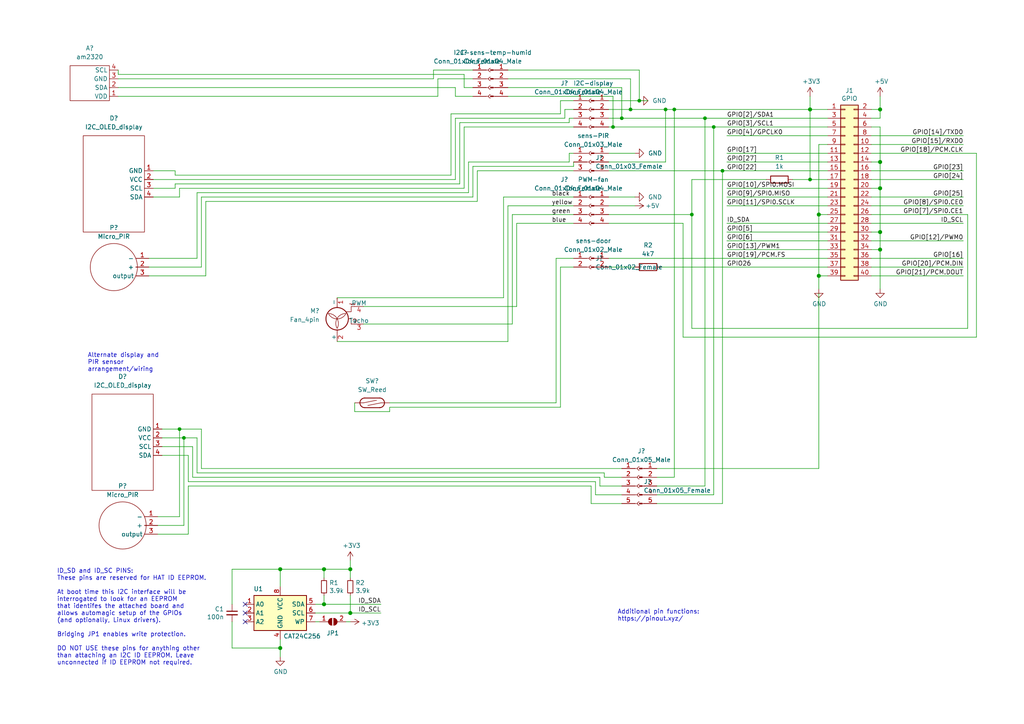
<source format=kicad_sch>
(kicad_sch (version 20211123) (generator eeschema)
  (paper "A4")
  (title_block (date "15 nov 2012"))
  (lib_symbols
    (symbol "+5V_1" (power) (pin_names (offset 0))
      (property "Value" "+5V_1" (at 0 3.556 0))
      (symbol "+5V_1_0_1"
        (polyline (pts (xy -0.762 1.27) (xy 0 2.54)))
        (polyline (pts (xy 0 0) (xy 0 2.54)))
        (polyline (pts (xy 0 2.54) (xy 0.762 1.27)))
      )
      (symbol "+5V_1_1_1"
        (pin power_in line (at 0 0 90) (length 0) hide (name "+5V") (number "1"))
      )
    )
    (symbol "Connector:Conn_01x02_Female" (pin_names (offset 1.016) hide)
      (property "Reference" "J" (at 0 2.54 0))
      (property "Value" "Conn_01x02_Female" (at 0 -5.08 0))
      (symbol "Conn_01x02_Female_1_1"
        (arc (start 0 -2.032) (mid -0.508 -2.54) (end 0 -3.048) (stroke (width 0.1524)))
        (polyline (pts (xy -1.27 -2.54) (xy -0.508 -2.54)) (stroke (width 0.1524)))
        (polyline (pts (xy -1.27 0) (xy -0.508 0)) (stroke (width 0.1524)))
        (arc (start 0 0.508) (mid -0.508 0) (end 0 -0.508) (stroke (width 0.1524)))
        (pin passive line (at -5.08 0 0) (length 3.81) (name "Pin_1") (number "1"))
        (pin passive line (at -5.08 -2.54 0) (length 3.81) (name "Pin_2") (number "2"))
      )
    )
    (symbol "Connector:Conn_01x02_Male" (pin_names (offset 1.016) hide)
      (property "Reference" "J" (at 0 2.54 0))
      (property "Value" "Conn_01x02_Male" (at 0 -5.08 0))
      (symbol "Conn_01x02_Male_1_1"
        (polyline (pts (xy 1.27 -2.54) (xy 0.8636 -2.54)) (stroke (width 0.1524)))
        (polyline (pts (xy 1.27 0) (xy 0.8636 0)) (stroke (width 0.1524)))
        (rectangle (start 0.8636 -2.413) (end 0 -2.667) (stroke (width 0.1524)) (fill (type outline)))
        (rectangle (start 0.8636 0.127) (end 0 -0.127) (stroke (width 0.1524)) (fill (type outline)))
        (pin passive line (at 5.08 0 180) (length 3.81) (name "Pin_1") (number "1"))
        (pin passive line (at 5.08 -2.54 180) (length 3.81) (name "Pin_2") (number "2"))
      )
    )
    (symbol "Connector:Conn_01x03_Female" (pin_names (offset 1.016) hide)
      (property "Reference" "J" (at 0 5.08 0))
      (property "Value" "Conn_01x03_Female" (at 0 -5.08 0))
      (symbol "Conn_01x03_Female_1_1"
        (arc (start 0 -2.032) (mid -0.508 -2.54) (end 0 -3.048) (stroke (width 0.1524)))
        (polyline (pts (xy -1.27 -2.54) (xy -0.508 -2.54)) (stroke (width 0.1524)))
        (polyline (pts (xy -1.27 0) (xy -0.508 0)) (stroke (width 0.1524)))
        (polyline (pts (xy -1.27 2.54) (xy -0.508 2.54)) (stroke (width 0.1524)))
        (arc (start 0 0.508) (mid -0.508 0) (end 0 -0.508) (stroke (width 0.1524)))
        (arc (start 0 3.048) (mid -0.508 2.54) (end 0 2.032) (stroke (width 0.1524)))
        (pin passive line (at -5.08 2.54 0) (length 3.81) (name "Pin_1") (number "1"))
        (pin passive line (at -5.08 0 0) (length 3.81) (name "Pin_2") (number "2"))
        (pin passive line (at -5.08 -2.54 0) (length 3.81) (name "Pin_3") (number "3"))
      )
    )
    (symbol "Connector:Conn_01x03_Male" (pin_names (offset 1.016) hide)
      (property "Reference" "J" (at 0 5.08 0))
      (property "Value" "Conn_01x03_Male" (at 0 -5.08 0))
      (symbol "Conn_01x03_Male_1_1"
        (polyline (pts (xy 1.27 -2.54) (xy 0.8636 -2.54)) (stroke (width 0.1524)))
        (polyline (pts (xy 1.27 0) (xy 0.8636 0)) (stroke (width 0.1524)))
        (polyline (pts (xy 1.27 2.54) (xy 0.8636 2.54)) (stroke (width 0.1524)))
        (rectangle (start 0.8636 -2.413) (end 0 -2.667) (stroke (width 0.1524)) (fill (type outline)))
        (rectangle (start 0.8636 0.127) (end 0 -0.127) (stroke (width 0.1524)) (fill (type outline)))
        (rectangle (start 0.8636 2.667) (end 0 2.413) (stroke (width 0.1524)) (fill (type outline)))
        (pin passive line (at 5.08 2.54 180) (length 3.81) (name "Pin_1") (number "1"))
        (pin passive line (at 5.08 0 180) (length 3.81) (name "Pin_2") (number "2"))
        (pin passive line (at 5.08 -2.54 180) (length 3.81) (name "Pin_3") (number "3"))
      )
    )
    (symbol "Connector:Conn_01x04_Female" (pin_names (offset 1.016) hide)
      (property "Reference" "J" (at 0 5.08 0))
      (property "Value" "Conn_01x04_Female" (at 0 -7.62 0))
      (symbol "Conn_01x04_Female_1_1"
        (arc (start 0 -4.572) (mid -0.508 -5.08) (end 0 -5.588) (stroke (width 0.1524)))
        (arc (start 0 -2.032) (mid -0.508 -2.54) (end 0 -3.048) (stroke (width 0.1524)))
        (polyline (pts (xy -1.27 -5.08) (xy -0.508 -5.08)) (stroke (width 0.1524)))
        (polyline (pts (xy -1.27 -2.54) (xy -0.508 -2.54)) (stroke (width 0.1524)))
        (polyline (pts (xy -1.27 0) (xy -0.508 0)) (stroke (width 0.1524)))
        (polyline (pts (xy -1.27 2.54) (xy -0.508 2.54)) (stroke (width 0.1524)))
        (arc (start 0 0.508) (mid -0.508 0) (end 0 -0.508) (stroke (width 0.1524)))
        (arc (start 0 3.048) (mid -0.508 2.54) (end 0 2.032) (stroke (width 0.1524)))
        (pin passive line (at -5.08 2.54 0) (length 3.81) (name "Pin_1") (number "1"))
        (pin passive line (at -5.08 0 0) (length 3.81) (name "Pin_2") (number "2"))
        (pin passive line (at -5.08 -2.54 0) (length 3.81) (name "Pin_3") (number "3"))
        (pin passive line (at -5.08 -5.08 0) (length 3.81) (name "Pin_4") (number "4"))
      )
    )
    (symbol "Connector:Conn_01x04_Male" (pin_names (offset 1.016) hide)
      (property "Reference" "J" (at 0 5.08 0))
      (property "Value" "Conn_01x04_Male" (at 0 -7.62 0))
      (symbol "Conn_01x04_Male_1_1"
        (polyline (pts (xy 1.27 -5.08) (xy 0.8636 -5.08)) (stroke (width 0.1524)))
        (polyline (pts (xy 1.27 -2.54) (xy 0.8636 -2.54)) (stroke (width 0.1524)))
        (polyline (pts (xy 1.27 0) (xy 0.8636 0)) (stroke (width 0.1524)))
        (polyline (pts (xy 1.27 2.54) (xy 0.8636 2.54)) (stroke (width 0.1524)))
        (rectangle (start 0.8636 -4.953) (end 0 -5.207) (stroke (width 0.1524)) (fill (type outline)))
        (rectangle (start 0.8636 -2.413) (end 0 -2.667) (stroke (width 0.1524)) (fill (type outline)))
        (rectangle (start 0.8636 0.127) (end 0 -0.127) (stroke (width 0.1524)) (fill (type outline)))
        (rectangle (start 0.8636 2.667) (end 0 2.413) (stroke (width 0.1524)) (fill (type outline)))
        (pin passive line (at 5.08 2.54 180) (length 3.81) (name "Pin_1") (number "1"))
        (pin passive line (at 5.08 0 180) (length 3.81) (name "Pin_2") (number "2"))
        (pin passive line (at 5.08 -2.54 180) (length 3.81) (name "Pin_3") (number "3"))
        (pin passive line (at 5.08 -5.08 180) (length 3.81) (name "Pin_4") (number "4"))
      )
    )
    (symbol "Connector:Conn_01x05_Female" (pin_names (offset 1.016) hide)
      (property "Reference" "J" (at 0 7.62 0))
      (property "Value" "Conn_01x05_Female" (at 0 -7.62 0))
      (symbol "Conn_01x05_Female_1_1"
        (arc (start 0 -4.572) (mid -0.508 -5.08) (end 0 -5.588) (stroke (width 0.1524)))
        (arc (start 0 -2.032) (mid -0.508 -2.54) (end 0 -3.048) (stroke (width 0.1524)))
        (polyline (pts (xy -1.27 -5.08) (xy -0.508 -5.08)) (stroke (width 0.1524)))
        (polyline (pts (xy -1.27 -2.54) (xy -0.508 -2.54)) (stroke (width 0.1524)))
        (polyline (pts (xy -1.27 0) (xy -0.508 0)) (stroke (width 0.1524)))
        (polyline (pts (xy -1.27 2.54) (xy -0.508 2.54)) (stroke (width 0.1524)))
        (polyline (pts (xy -1.27 5.08) (xy -0.508 5.08)) (stroke (width 0.1524)))
        (arc (start 0 0.508) (mid -0.508 0) (end 0 -0.508) (stroke (width 0.1524)))
        (arc (start 0 3.048) (mid -0.508 2.54) (end 0 2.032) (stroke (width 0.1524)))
        (arc (start 0 5.588) (mid -0.508 5.08) (end 0 4.572) (stroke (width 0.1524)))
        (pin passive line (at -5.08 5.08 0) (length 3.81) (name "Pin_1") (number "1"))
        (pin passive line (at -5.08 2.54 0) (length 3.81) (name "Pin_2") (number "2"))
        (pin passive line (at -5.08 0 0) (length 3.81) (name "Pin_3") (number "3"))
        (pin passive line (at -5.08 -2.54 0) (length 3.81) (name "Pin_4") (number "4"))
        (pin passive line (at -5.08 -5.08 0) (length 3.81) (name "Pin_5") (number "5"))
      )
    )
    (symbol "Connector:Conn_01x05_Male" (pin_names (offset 1.016) hide)
      (property "Reference" "J" (at 0 7.62 0))
      (property "Value" "Conn_01x05_Male" (at 0 -7.62 0))
      (symbol "Conn_01x05_Male_1_1"
        (polyline (pts (xy 1.27 -5.08) (xy 0.8636 -5.08)) (stroke (width 0.1524)))
        (polyline (pts (xy 1.27 -2.54) (xy 0.8636 -2.54)) (stroke (width 0.1524)))
        (polyline (pts (xy 1.27 0) (xy 0.8636 0)) (stroke (width 0.1524)))
        (polyline (pts (xy 1.27 2.54) (xy 0.8636 2.54)) (stroke (width 0.1524)))
        (polyline (pts (xy 1.27 5.08) (xy 0.8636 5.08)) (stroke (width 0.1524)))
        (rectangle (start 0.8636 -4.953) (end 0 -5.207) (stroke (width 0.1524)) (fill (type outline)))
        (rectangle (start 0.8636 -2.413) (end 0 -2.667) (stroke (width 0.1524)) (fill (type outline)))
        (rectangle (start 0.8636 0.127) (end 0 -0.127) (stroke (width 0.1524)) (fill (type outline)))
        (rectangle (start 0.8636 2.667) (end 0 2.413) (stroke (width 0.1524)) (fill (type outline)))
        (rectangle (start 0.8636 5.207) (end 0 4.953) (stroke (width 0.1524)) (fill (type outline)))
        (pin passive line (at 5.08 5.08 180) (length 3.81) (name "Pin_1") (number "1"))
        (pin passive line (at 5.08 2.54 180) (length 3.81) (name "Pin_2") (number "2"))
        (pin passive line (at 5.08 0 180) (length 3.81) (name "Pin_3") (number "3"))
        (pin passive line (at 5.08 -2.54 180) (length 3.81) (name "Pin_4") (number "4"))
        (pin passive line (at 5.08 -5.08 180) (length 3.81) (name "Pin_5") (number "5"))
      )
    )
    (symbol "Connector_Generic:Conn_02x20_Odd_Even" (pin_names (offset 1.016) hide)
      (property "Reference" "J" (at 1.27 25.4 0))
      (property "Value" "Conn_02x20_Odd_Even" (at 1.27 -27.94 0))
      (symbol "Conn_02x20_Odd_Even_1_1"
        (rectangle (start -1.27 -25.273) (end 0 -25.527) (stroke (width 0.1524)))
        (rectangle (start -1.27 -22.733) (end 0 -22.987) (stroke (width 0.1524)))
        (rectangle (start -1.27 -20.193) (end 0 -20.447) (stroke (width 0.1524)))
        (rectangle (start -1.27 -17.653) (end 0 -17.907) (stroke (width 0.1524)))
        (rectangle (start -1.27 -15.113) (end 0 -15.367) (stroke (width 0.1524)))
        (rectangle (start -1.27 -12.573) (end 0 -12.827) (stroke (width 0.1524)))
        (rectangle (start -1.27 -10.033) (end 0 -10.287) (stroke (width 0.1524)))
        (rectangle (start -1.27 -7.493) (end 0 -7.747) (stroke (width 0.1524)))
        (rectangle (start -1.27 -4.953) (end 0 -5.207) (stroke (width 0.1524)))
        (rectangle (start -1.27 -2.413) (end 0 -2.667) (stroke (width 0.1524)))
        (rectangle (start -1.27 0.127) (end 0 -0.127) (stroke (width 0.1524)))
        (rectangle (start -1.27 2.667) (end 0 2.413) (stroke (width 0.1524)))
        (rectangle (start -1.27 5.207) (end 0 4.953) (stroke (width 0.1524)))
        (rectangle (start -1.27 7.747) (end 0 7.493) (stroke (width 0.1524)))
        (rectangle (start -1.27 10.287) (end 0 10.033) (stroke (width 0.1524)))
        (rectangle (start -1.27 12.827) (end 0 12.573) (stroke (width 0.1524)))
        (rectangle (start -1.27 15.367) (end 0 15.113) (stroke (width 0.1524)))
        (rectangle (start -1.27 17.907) (end 0 17.653) (stroke (width 0.1524)))
        (rectangle (start -1.27 20.447) (end 0 20.193) (stroke (width 0.1524)))
        (rectangle (start -1.27 22.987) (end 0 22.733) (stroke (width 0.1524)))
        (rectangle (start -1.27 24.13) (end 3.81 -26.67) (stroke (width 0.254)) (fill (type background)))
        (rectangle (start 3.81 -25.273) (end 2.54 -25.527) (stroke (width 0.1524)))
        (rectangle (start 3.81 -22.733) (end 2.54 -22.987) (stroke (width 0.1524)))
        (rectangle (start 3.81 -20.193) (end 2.54 -20.447) (stroke (width 0.1524)))
        (rectangle (start 3.81 -17.653) (end 2.54 -17.907) (stroke (width 0.1524)))
        (rectangle (start 3.81 -15.113) (end 2.54 -15.367) (stroke (width 0.1524)))
        (rectangle (start 3.81 -12.573) (end 2.54 -12.827) (stroke (width 0.1524)))
        (rectangle (start 3.81 -10.033) (end 2.54 -10.287) (stroke (width 0.1524)))
        (rectangle (start 3.81 -7.493) (end 2.54 -7.747) (stroke (width 0.1524)))
        (rectangle (start 3.81 -4.953) (end 2.54 -5.207) (stroke (width 0.1524)))
        (rectangle (start 3.81 -2.413) (end 2.54 -2.667) (stroke (width 0.1524)))
        (rectangle (start 3.81 0.127) (end 2.54 -0.127) (stroke (width 0.1524)))
        (rectangle (start 3.81 2.667) (end 2.54 2.413) (stroke (width 0.1524)))
        (rectangle (start 3.81 5.207) (end 2.54 4.953) (stroke (width 0.1524)))
        (rectangle (start 3.81 7.747) (end 2.54 7.493) (stroke (width 0.1524)))
        (rectangle (start 3.81 10.287) (end 2.54 10.033) (stroke (width 0.1524)))
        (rectangle (start 3.81 12.827) (end 2.54 12.573) (stroke (width 0.1524)))
        (rectangle (start 3.81 15.367) (end 2.54 15.113) (stroke (width 0.1524)))
        (rectangle (start 3.81 17.907) (end 2.54 17.653) (stroke (width 0.1524)))
        (rectangle (start 3.81 20.447) (end 2.54 20.193) (stroke (width 0.1524)))
        (rectangle (start 3.81 22.987) (end 2.54 22.733) (stroke (width 0.1524)))
        (pin passive line (at -5.08 22.86 0) (length 3.81) (name "Pin_1") (number "1"))
        (pin passive line (at 7.62 12.7 180) (length 3.81) (name "Pin_10") (number "10"))
        (pin passive line (at -5.08 10.16 0) (length 3.81) (name "Pin_11") (number "11"))
        (pin passive line (at 7.62 10.16 180) (length 3.81) (name "Pin_12") (number "12"))
        (pin passive line (at -5.08 7.62 0) (length 3.81) (name "Pin_13") (number "13"))
        (pin passive line (at 7.62 7.62 180) (length 3.81) (name "Pin_14") (number "14"))
        (pin passive line (at -5.08 5.08 0) (length 3.81) (name "Pin_15") (number "15"))
        (pin passive line (at 7.62 5.08 180) (length 3.81) (name "Pin_16") (number "16"))
        (pin passive line (at -5.08 2.54 0) (length 3.81) (name "Pin_17") (number "17"))
        (pin passive line (at 7.62 2.54 180) (length 3.81) (name "Pin_18") (number "18"))
        (pin passive line (at -5.08 0 0) (length 3.81) (name "Pin_19") (number "19"))
        (pin passive line (at 7.62 22.86 180) (length 3.81) (name "Pin_2") (number "2"))
        (pin passive line (at 7.62 0 180) (length 3.81) (name "Pin_20") (number "20"))
        (pin passive line (at -5.08 -2.54 0) (length 3.81) (name "Pin_21") (number "21"))
        (pin passive line (at 7.62 -2.54 180) (length 3.81) (name "Pin_22") (number "22"))
        (pin passive line (at -5.08 -5.08 0) (length 3.81) (name "Pin_23") (number "23"))
        (pin passive line (at 7.62 -5.08 180) (length 3.81) (name "Pin_24") (number "24"))
        (pin passive line (at -5.08 -7.62 0) (length 3.81) (name "Pin_25") (number "25"))
        (pin passive line (at 7.62 -7.62 180) (length 3.81) (name "Pin_26") (number "26"))
        (pin passive line (at -5.08 -10.16 0) (length 3.81) (name "Pin_27") (number "27"))
        (pin passive line (at 7.62 -10.16 180) (length 3.81) (name "Pin_28") (number "28"))
        (pin passive line (at -5.08 -12.7 0) (length 3.81) (name "Pin_29") (number "29"))
        (pin passive line (at -5.08 20.32 0) (length 3.81) (name "Pin_3") (number "3"))
        (pin passive line (at 7.62 -12.7 180) (length 3.81) (name "Pin_30") (number "30"))
        (pin passive line (at -5.08 -15.24 0) (length 3.81) (name "Pin_31") (number "31"))
        (pin passive line (at 7.62 -15.24 180) (length 3.81) (name "Pin_32") (number "32"))
        (pin passive line (at -5.08 -17.78 0) (length 3.81) (name "Pin_33") (number "33"))
        (pin passive line (at 7.62 -17.78 180) (length 3.81) (name "Pin_34") (number "34"))
        (pin passive line (at -5.08 -20.32 0) (length 3.81) (name "Pin_35") (number "35"))
        (pin passive line (at 7.62 -20.32 180) (length 3.81) (name "Pin_36") (number "36"))
        (pin passive line (at -5.08 -22.86 0) (length 3.81) (name "Pin_37") (number "37"))
        (pin passive line (at 7.62 -22.86 180) (length 3.81) (name "Pin_38") (number "38"))
        (pin passive line (at -5.08 -25.4 0) (length 3.81) (name "Pin_39") (number "39"))
        (pin passive line (at 7.62 20.32 180) (length 3.81) (name "Pin_4") (number "4"))
        (pin passive line (at 7.62 -25.4 180) (length 3.81) (name "Pin_40") (number "40"))
        (pin passive line (at -5.08 17.78 0) (length 3.81) (name "Pin_5") (number "5"))
        (pin passive line (at 7.62 17.78 180) (length 3.81) (name "Pin_6") (number "6"))
        (pin passive line (at -5.08 15.24 0) (length 3.81) (name "Pin_7") (number "7"))
        (pin passive line (at 7.62 15.24 180) (length 3.81) (name "Pin_8") (number "8"))
        (pin passive line (at -5.08 12.7 0) (length 3.81) (name "Pin_9") (number "9"))
      )
    )
    (symbol "Device:C_Small" (pin_numbers hide) (pin_names (offset 0.254) hide)
      (property "Reference" "C" (at 0.254 1.778 0))
      (property "Value" "C_Small" (at 0.254 -2.032 0))
      (symbol "C_Small_0_1"
        (polyline (pts (xy -1.524 -0.508) (xy 1.524 -0.508)) (stroke (width 0.3302)))
        (polyline (pts (xy -1.524 0.508) (xy 1.524 0.508)) (stroke (width 0.3048)))
      )
      (symbol "C_Small_1_1"
        (pin passive line (at 0 2.54 270) (length 2.032) (name "~") (number "1"))
        (pin passive line (at 0 -2.54 90) (length 2.032) (name "~") (number "2"))
      )
    )
    (symbol "Device:R" (pin_numbers hide) (pin_names (offset 0))
      (property "Reference" "R" (at 2.032 0 90))
      (property "Value" "R" (at 0 0 90))
      (symbol "R_0_1"
        (rectangle (start -1.016 -2.54) (end 1.016 2.54) (stroke (width 0.254)))
      )
      (symbol "R_1_1"
        (pin passive line (at 0 3.81 270) (length 1.27) (name "~") (number "1"))
        (pin passive line (at 0 -3.81 90) (length 1.27) (name "~") (number "2"))
      )
    )
    (symbol "Device:R_Small" (pin_numbers hide) (pin_names (offset 0.254) hide)
      (property "Reference" "R" (at 0.762 0.508 0))
      (property "Value" "R_Small" (at 0.762 -1.016 0))
      (symbol "R_Small_0_1"
        (rectangle (start -0.762 1.778) (end 0.762 -1.778) (stroke (width 0.2032)))
      )
      (symbol "R_Small_1_1"
        (pin passive line (at 0 2.54 270) (length 0.762) (name "~") (number "1"))
        (pin passive line (at 0 -2.54 90) (length 0.762) (name "~") (number "2"))
      )
    )
    (symbol "Display_Graphic:I2C_OLED_display"
      (property "Reference" "D" (at 0 0 0))
      (property "Value" "I2C_OLED_display" (at 0 0 0))
      (symbol "I2C_OLED_display_0_1"
        (rectangle (start -13.97 -2.54) (end 13.97 -20.32))
      )
      (symbol "I2C_OLED_display_1_1"
        (pin power_out line (at -3.81 -22.86 90) (length 2.54) (name "GND") (number "1"))
        (pin power_in line (at -1.27 -22.86 90) (length 2.54) (name "VCC") (number "2"))
        (pin bidirectional line (at 1.27 -22.86 90) (length 2.54) (name "SCL") (number "3"))
        (pin bidirectional line (at 3.81 -22.86 90) (length 2.54) (name "SDA") (number "4"))
      )
    )
    (symbol "GND_1" (power) (pin_names (offset 0))
      (property "Value" "GND_1" (at 0 -3.81 0))
      (symbol "GND_1_0_1"
        (polyline (pts (xy 0 0) (xy 0 -1.27) (xy 1.27 -1.27) (xy 0 -2.54) (xy -1.27 -1.27) (xy 0 -1.27)))
      )
      (symbol "GND_1_1_1"
        (pin power_in line (at 0 0 270) (length 0) hide (name "GND") (number "1"))
      )
    )
    (symbol "GND_2" (power) (pin_names (offset 0))
      (property "Value" "GND_2" (at 0 -3.81 0))
      (symbol "GND_2_0_1"
        (polyline (pts (xy 0 0) (xy 0 -1.27) (xy 1.27 -1.27) (xy 0 -2.54) (xy -1.27 -1.27) (xy 0 -1.27)))
      )
      (symbol "GND_2_1_1"
        (pin power_in line (at 0 0 270) (length 0) hide (name "GND") (number "1"))
      )
    )
    (symbol "Jumper:SolderJumper_2_Open" (pin_names (offset 0) hide)
      (property "Reference" "JP" (at 0 2.032 0))
      (property "Value" "SolderJumper_2_Open" (at 0 -2.54 0))
      (symbol "SolderJumper_2_Open_0_1"
        (arc (start -0.254 1.016) (mid -1.27 0) (end -0.254 -1.016))
        (arc (start -0.254 1.016) (mid -1.27 0) (end -0.254 -1.016) (fill (type outline)))
        (polyline (pts (xy -0.254 1.016) (xy -0.254 -1.016)))
        (polyline (pts (xy 0.254 1.016) (xy 0.254 -1.016)))
        (arc (start 0.254 -1.016) (mid 1.27 0) (end 0.254 1.016))
        (arc (start 0.254 -1.016) (mid 1.27 0) (end 0.254 1.016) (fill (type outline)))
      )
      (symbol "SolderJumper_2_Open_1_1"
        (pin passive line (at -3.81 0 0) (length 2.54) (name "A") (number "1"))
        (pin passive line (at 3.81 0 180) (length 2.54) (name "B") (number "2"))
      )
    )
    (symbol "Memory_EEPROM:CAT24C256"
      (property "Reference" "U" (at -6.35 6.35 0))
      (property "Value" "CAT24C256" (at 1.27 6.35 0))
      (symbol "CAT24C256_1_1"
        (rectangle (start -7.62 5.08) (end 7.62 -5.08) (stroke (width 0.254)) (fill (type background)))
        (pin input line (at -10.16 2.54 0) (length 2.54) (name "A0") (number "1"))
        (pin input line (at -10.16 0 0) (length 2.54) (name "A1") (number "2"))
        (pin input line (at -10.16 -2.54 0) (length 2.54) (name "A2") (number "3"))
        (pin power_in line (at 0 -7.62 90) (length 2.54) (name "GND") (number "4"))
        (pin bidirectional line (at 10.16 2.54 180) (length 2.54) (name "SDA") (number "5"))
        (pin input line (at 10.16 0 180) (length 2.54) (name "SCL") (number "6"))
        (pin input line (at 10.16 -2.54 180) (length 2.54) (name "WP") (number "7"))
        (pin power_in line (at 0 7.62 270) (length 2.54) (name "VCC") (number "8"))
      )
    )
    (symbol "Motor:Fan_4pin" (pin_names (offset 0))
      (property "Reference" "M" (at 2.54 5.08 0))
      (property "Value" "Fan_4pin" (at 2.54 -2.54 0))
      (symbol "Fan_4pin_0_0"
        (arc (start -5.588 1.524) (mid -5.08 1.016) (end -4.572 1.524))
        (arc (start -5.08 2.032) (mid -5.4392 1.8832) (end -5.588 1.524))
        (polyline (pts (xy -5.08 2.032) (xy -5.334 2.159)))
        (polyline (pts (xy -5.08 2.032) (xy -5.207 1.778)))
        (polyline (pts (xy -4.064 2.54) (xy -4.064 1.016) (xy -3.302 1.016)))
      )
      (symbol "Fan_4pin_0_1"
        (arc (start -2.54 -0.508) (mid 0.0028 0.9121) (end 0 3.81))
        (polyline (pts (xy -4.064 2.54) (xy -5.08 2.54)))
        (polyline (pts (xy 0 -5.08) (xy 0 -4.572)))
        (polyline (pts (xy 0 -2.2352) (xy 0 -2.6416)))
        (polyline (pts (xy 0 4.2672) (xy 0 4.6228)))
        (polyline (pts (xy 0 4.572) (xy 0 5.08)))
        (polyline (pts (xy -2.54 -1.016) (xy -4.064 -1.016) (xy -4.064 -2.54) (xy -5.08 -2.54)))
        (polyline (pts (xy -5.334 -3.302) (xy -5.08 -3.302) (xy -5.08 -3.048) (xy -4.826 -3.048) (xy -4.826 -3.302) (xy -4.318 -3.302) (xy -4.318 -3.048) (xy -4.064 -3.048) (xy -4.064 -3.302) (xy -3.556 -3.302)))
        (circle (center 0 1.016) (radius 3.2512) (stroke (width 0.254)))
        (arc (start 0 3.81) (mid 0.053 0.921) (end 2.54 -0.508))
        (arc (start 2.54 -0.508) (mid 0 1.0618) (end -2.54 -0.508))
      )
      (symbol "Fan_4pin_1_1"
        (pin passive line (at 0 -5.08 90) (length 2.54) (name "-") (number "1"))
        (pin passive line (at 0 7.62 270) (length 2.54) (name "+") (number "2"))
        (pin passive line (at -7.62 2.54 0) (length 2.54) (name "Tacho") (number "3"))
        (pin input line (at -7.62 -2.54 0) (length 2.54) (name "PWM") (number "4"))
      )
    )
    (symbol "Sensor_Optical:Micro_PIR"
      (property "Reference" "P" (at 0 0 0))
      (property "Value" "Micro_PIR" (at 0 2.54 0))
      (symbol "Micro_PIR_0_1"
        (circle (center 0 -1.27) (radius 6.8392))
      )
      (symbol "Micro_PIR_1_1"
        (pin power_out line (at -2.54 -11.43 90) (length 3.81) (name "-") (number "1"))
        (pin power_in line (at 0 -11.43 90) (length 3.81) (name "+") (number "2"))
        (pin output line (at 2.54 -11.43 90) (length 3.81) (name "output") (number "3"))
      )
    )
    (symbol "Switch:SW_Reed" (pin_numbers hide) (pin_names (offset 0) hide)
      (property "Reference" "SW" (at 0 2.54 0))
      (property "Value" "SW_Reed" (at 0 -2.54 0))
      (symbol "SW_Reed_0_0"
        (arc (start -2.159 1.397) (mid -3.556 0) (end -2.159 -1.397) (stroke (width 0.254)))
        (polyline (pts (xy -2.54 0) (xy 1.27 0.762)))
        (polyline (pts (xy -2.159 -1.397) (xy 2.286 -1.397)) (stroke (width 0.254)))
        (polyline (pts (xy 2.159 1.397) (xy -2.159 1.397)) (stroke (width 0.254)))
        (polyline (pts (xy 2.54 0) (xy -1.27 -0.762)))
        (arc (start 2.159 -1.397) (mid 3.556 0) (end 2.159 1.397) (stroke (width 0.254)))
      )
      (symbol "SW_Reed_1_1"
        (pin passive line (at -5.08 0 0) (length 2.54) (name "1") (number "1"))
        (pin passive line (at 5.08 0 180) (length 2.54) (name "2") (number "2"))
      )
    )
    (symbol "components:am2320"
      (property "Reference" "A?" (at -1.27 5.08 0))
      (property "Value" "am2320" (at -5.08 2.54 0))
      (symbol "am2320_0_1"
        (rectangle (start -6.35 1.27) (end 3.81 -10.16))
      )
      (symbol "am2320_1_1"
        (pin power_in line (at -5.08 -12.7 90) (length 2.54) (name "VDD") (number "1"))
        (pin bidirectional line (at -2.54 -12.7 90) (length 2.54) (name "SDA") (number "2"))
        (pin power_in line (at 0 -12.7 90) (length 2.54) (name "GND") (number "3"))
        (pin bidirectional line (at 2.54 -12.7 90) (length 2.54) (name "SCL") (number "4"))
      )
    )
    (symbol "power:+3.3V" (power) (pin_names (offset 0))
      (property "Value" "+3.3V" (at 0 3.556 0))
      (symbol "+3.3V_0_1"
        (polyline (pts (xy -0.762 1.27) (xy 0 2.54)))
        (polyline (pts (xy 0 0) (xy 0 2.54)))
        (polyline (pts (xy 0 2.54) (xy 0.762 1.27)))
      )
      (symbol "+3.3V_1_1"
        (pin power_in line (at 0 0 90) (length 0) hide (name "+3V3") (number "1"))
      )
    )
    (symbol "power:+5V" (power) (pin_names (offset 0))
      (property "Value" "+5V" (at 0 3.556 0))
      (symbol "+5V_0_1"
        (polyline (pts (xy -0.762 1.27) (xy 0 2.54)))
        (polyline (pts (xy 0 0) (xy 0 2.54)))
        (polyline (pts (xy 0 2.54) (xy 0.762 1.27)))
      )
      (symbol "+5V_1_1"
        (pin power_in line (at 0 0 90) (length 0) hide (name "+5V") (number "1"))
      )
    )
    (symbol "power:GND" (power) (pin_names (offset 0))
      (property "Value" "GND" (at 0 -3.81 0))
      (symbol "GND_0_1"
        (polyline (pts (xy 0 0) (xy 0 -1.27) (xy 1.27 -1.27) (xy 0 -2.54) (xy -1.27 -1.27) (xy 0 -1.27)))
      )
      (symbol "GND_1_1"
        (pin power_in line (at 0 0 270) (length 0) hide (name "GND") (number "1"))
      )
    )
  )
  (junction (at 255.27 67.31) (diameter 1.016))
  (junction (at 101.6 165.1) (diameter 1.016))
  (junction (at 234.95 31.75) (diameter 1.016))
  (junction (at 255.27 72.39) (diameter 1.016))
  (junction (at 93.98 175.26) (diameter 1.016))
  (junction (at 180.34 34.29))
  (junction (at 182.88 31.75))
  (junction (at 237.49 62.23) (diameter 1.016))
  (junction (at 193.04 31.75))
  (junction (at 204.47 34.29))
  (junction (at 234.95 52.07))
  (junction (at 255.27 54.61) (diameter 1.016))
  (junction (at 53.34 127))
  (junction (at 255.27 46.99) (diameter 1.016))
  (junction (at 195.58 31.75))
  (junction (at 177.8 36.83))
  (junction (at 93.98 165.1) (diameter 1.016))
  (junction (at 207.01 36.83))
  (junction (at 185.42 29.21))
  (junction (at 52.07 124.46))
  (junction (at 81.28 187.96) (diameter 1.016))
  (junction (at 200.66 62.23))
  (junction (at 81.28 165.1) (diameter 1.016))
  (junction (at 237.49 80.01) (diameter 1.016))
  (junction (at 209.55 49.53))
  (junction (at 255.27 31.75) (diameter 1.016))
  (junction (at 101.6 177.8) (diameter 1.016))
  (no_connect (at 71.12 175.26))
  (no_connect (at 71.12 177.8))
  (no_connect (at 71.12 180.34))
  (wire (pts (xy 163.83 34.29) (xy 163.83 31.75)))
  (wire (pts (xy 237.49 62.23) (xy 237.49 80.01)))
  (wire (pts (xy 43.18 77.47) (xy 58.42 77.47)))
  (wire (pts (xy 252.73 62.23) (xy 280.67 62.23)))
  (wire (pts (xy 149.86 88.9) (xy 105.41 88.9)))
  (wire (pts (xy 173.99 138.43) (xy 55.88 138.43)))
  (wire (pts (xy 240.03 44.45) (xy 210.82 44.45)))
  (wire (pts (xy 180.34 34.29) (xy 180.34 25.4)))
  (wire (pts (xy 81.28 165.1) (xy 93.98 165.1)))
  (wire (pts (xy 101.6 165.1) (xy 93.98 165.1)))
  (wire (pts (xy 101.6 167.64) (xy 101.6 165.1)))
  (wire (pts (xy 54.61 139.7) (xy 172.72 139.7)))
  (wire (pts (xy 176.53 34.29) (xy 180.34 34.29)))
  (wire (pts (xy 135.89 46.99) (xy 135.89 55.88)))
  (wire (pts (xy 134.62 54.61) (xy 134.62 36.83)))
  (wire (pts (xy 255.27 36.83) (xy 255.27 46.99)))
  (wire (pts (xy 138.43 58.42) (xy 138.43 49.53)))
  (wire (pts (xy 255.27 54.61) (xy 252.73 54.61)))
  (wire (pts (xy 171.45 146.05) (xy 171.45 140.97)))
  (wire (pts (xy 34.29 21.59) (xy 34.29 20.32)))
  (wire (pts (xy 195.58 31.75) (xy 234.95 31.75)))
  (wire (pts (xy 148.59 62.23) (xy 148.59 93.98)))
  (wire (pts (xy 50.8 53.34) (xy 133.35 53.34)))
  (wire (pts (xy 133.35 35.56) (xy 165.1 35.56)))
  (wire (pts (xy 176.53 62.23) (xy 200.66 62.23)))
  (wire (pts (xy 255.27 67.31) (xy 255.27 72.39)))
  (wire (pts (xy 132.08 27.94) (xy 132.08 25.4)))
  (wire (pts (xy 46.99 127) (xy 53.34 127)))
  (wire (pts (xy 134.62 36.83) (xy 166.37 36.83)))
  (wire (pts (xy 162.56 77.47) (xy 162.56 118.11)))
  (wire (pts (xy 127 22.86) (xy 127 27.94)))
  (wire (pts (xy 255.27 54.61) (xy 255.27 67.31)))
  (wire (pts (xy 252.73 39.37) (xy 279.4 39.37)))
  (wire (pts (xy 166.37 62.23) (xy 148.59 62.23)))
  (wire (pts (xy 283.21 44.45) (xy 283.21 97.79)))
  (wire (pts (xy 137.16 57.15) (xy 137.16 48.26)))
  (wire (pts (xy 237.49 41.91) (xy 237.49 62.23)))
  (wire (pts (xy 58.42 57.15) (xy 137.16 57.15)))
  (wire (pts (xy 50.8 50.8) (xy 130.81 50.8)))
  (wire (pts (xy 91.44 175.26) (xy 93.98 175.26)))
  (wire (pts (xy 93.98 175.26) (xy 110.49 175.26)))
  (wire (pts (xy 59.69 58.42) (xy 59.69 80.01)))
  (wire (pts (xy 172.72 139.7) (xy 172.72 143.51)))
  (wire (pts (xy 57.15 127) (xy 57.15 137.16)))
  (wire (pts (xy 57.15 137.16) (xy 175.26 137.16)))
  (wire (pts (xy 54.61 154.94) (xy 45.72 154.94)))
  (wire (pts (xy 162.56 77.47) (xy 166.37 77.47)))
  (wire (pts (xy 55.88 129.54) (xy 46.99 129.54)))
  (wire (pts (xy 113.03 119.38) (xy 113.03 118.11)))
  (wire (pts (xy 237.49 41.91) (xy 240.03 41.91)))
  (wire (pts (xy 91.44 180.34) (xy 92.71 180.34)))
  (wire (pts (xy 100.33 180.34) (xy 101.6 180.34)))
  (wire (pts (xy 172.72 143.51) (xy 180.34 143.51)))
  (wire (pts (xy 252.73 59.69) (xy 279.4 59.69)))
  (wire (pts (xy 240.03 64.77) (xy 210.82 64.77)))
  (wire (pts (xy 210.82 67.31) (xy 240.03 67.31)))
  (wire (pts (xy 130.81 33.02) (xy 162.56 33.02)))
  (wire (pts (xy 177.8 36.83) (xy 177.8 27.94)))
  (wire (pts (xy 165.1 44.45) (xy 166.37 44.45)))
  (wire (pts (xy 185.42 29.21) (xy 185.42 20.32)))
  (wire (pts (xy 166.37 59.69) (xy 147.32 59.69)))
  (wire (pts (xy 280.67 62.23) (xy 280.67 95.25)))
  (wire (pts (xy 209.55 146.05) (xy 190.5 146.05)))
  (wire (pts (xy 52.07 124.46) (xy 46.99 124.46)))
  (wire (pts (xy 237.49 62.23) (xy 240.03 62.23)))
  (wire (pts (xy 101.6 162.56) (xy 101.6 165.1)))
  (wire (pts (xy 171.45 140.97) (xy 54.61 140.97)))
  (wire (pts (xy 137.16 22.86) (xy 127 22.86)))
  (wire (pts (xy 148.59 93.98) (xy 105.41 93.98)))
  (wire (pts (xy 204.47 140.97) (xy 190.5 140.97)))
  (wire (pts (xy 252.73 49.53) (xy 279.4 49.53)))
  (wire (pts (xy 81.28 165.1) (xy 81.28 170.18)))
  (wire (pts (xy 198.12 97.79) (xy 198.12 64.77)))
  (wire (pts (xy 207.01 36.83) (xy 207.01 143.51)))
  (wire (pts (xy 166.37 64.77) (xy 149.86 64.77)))
  (wire (pts (xy 176.53 57.15) (xy 184.15 57.15)))
  (wire (pts (xy 198.12 64.77) (xy 176.53 64.77)))
  (wire (pts (xy 176.53 31.75) (xy 182.88 31.75)))
  (wire (pts (xy 180.34 146.05) (xy 171.45 146.05)))
  (wire (pts (xy 161.29 74.93) (xy 161.29 116.84)))
  (wire (pts (xy 132.08 52.07) (xy 132.08 34.29)))
  (wire (pts (xy 54.61 140.97) (xy 54.61 154.94)))
  (wire (pts (xy 252.73 80.01) (xy 279.4 80.01)))
  (wire (pts (xy 237.49 80.01) (xy 237.49 83.82)))
  (wire (pts (xy 210.82 46.99) (xy 240.03 46.99)))
  (wire (pts (xy 101.6 172.72) (xy 101.6 177.8)))
  (wire (pts (xy 234.95 27.94) (xy 234.95 31.75)))
  (wire (pts (xy 130.81 33.02) (xy 130.81 50.8)))
  (wire (pts (xy 165.1 46.99) (xy 165.1 44.45)))
  (wire (pts (xy 166.37 29.21) (xy 162.56 29.21)))
  (wire (pts (xy 58.42 124.46) (xy 52.07 124.46)))
  (wire (pts (xy 255.27 72.39) (xy 252.73 72.39)))
  (wire (pts (xy 53.34 127) (xy 53.34 152.4)))
  (wire (pts (xy 176.53 77.47) (xy 184.15 77.47)))
  (wire (pts (xy 209.55 49.53) (xy 209.55 146.05)))
  (wire (pts (xy 182.88 22.86) (xy 147.32 22.86)))
  (wire (pts (xy 176.53 36.83) (xy 177.8 36.83)))
  (wire (pts (xy 52.07 57.15) (xy 52.07 54.61)))
  (wire (pts (xy 280.67 95.25) (xy 200.66 95.25)))
  (wire (pts (xy 52.07 124.46) (xy 52.07 149.86)))
  (wire (pts (xy 210.82 59.69) (xy 240.03 59.69)))
  (wire (pts (xy 55.88 138.43) (xy 55.88 129.54)))
  (wire (pts (xy 204.47 34.29) (xy 204.47 140.97)))
  (wire (pts (xy 234.95 52.07) (xy 240.03 52.07)))
  (wire (pts (xy 135.89 55.88) (xy 57.15 55.88)))
  (wire (pts (xy 34.29 25.4) (xy 132.08 25.4)))
  (wire (pts (xy 182.88 31.75) (xy 193.04 31.75)))
  (wire (pts (xy 113.03 118.11) (xy 162.56 118.11)))
  (wire (pts (xy 255.27 31.75) (xy 255.27 34.29)))
  (wire (pts (xy 255.27 46.99) (xy 255.27 54.61)))
  (wire (pts (xy 54.61 132.08) (xy 54.61 139.7)))
  (wire (pts (xy 166.37 34.29) (xy 165.1 34.29)))
  (wire (pts (xy 252.73 44.45) (xy 283.21 44.45)))
  (wire (pts (xy 132.08 27.94) (xy 137.16 27.94)))
  (wire (pts (xy 255.27 46.99) (xy 252.73 46.99)))
  (wire (pts (xy 176.53 46.99) (xy 193.04 46.99)))
  (wire (pts (xy 207.01 143.51) (xy 190.5 143.51)))
  (wire (pts (xy 132.08 34.29) (xy 163.83 34.29)))
  (wire (pts (xy 165.1 46.99) (xy 135.89 46.99)))
  (wire (pts (xy 180.34 34.29) (xy 204.47 34.29)))
  (wire (pts (xy 166.37 57.15) (xy 146.05 57.15)))
  (wire (pts (xy 255.27 27.94) (xy 255.27 31.75)))
  (wire (pts (xy 210.82 39.37) (xy 240.03 39.37)))
  (wire (pts (xy 180.34 25.4) (xy 147.32 25.4)))
  (wire (pts (xy 93.98 165.1) (xy 93.98 167.64)))
  (wire (pts (xy 44.45 52.07) (xy 132.08 52.07)))
  (wire (pts (xy 255.27 31.75) (xy 252.73 31.75)))
  (wire (pts (xy 193.04 46.99) (xy 193.04 31.75)))
  (wire (pts (xy 234.95 31.75) (xy 234.95 52.07)))
  (wire (pts (xy 166.37 74.93) (xy 161.29 74.93)))
  (wire (pts (xy 137.16 20.32) (xy 125.73 20.32)))
  (wire (pts (xy 146.05 86.36) (xy 97.79 86.36)))
  (wire (pts (xy 252.73 52.07) (xy 279.4 52.07)))
  (wire (pts (xy 34.29 27.94) (xy 127 27.94)))
  (wire (pts (xy 52.07 54.61) (xy 134.62 54.61)))
  (wire (pts (xy 252.73 41.91) (xy 279.4 41.91)))
  (wire (pts (xy 43.18 74.93) (xy 57.15 74.93)))
  (wire (pts (xy 176.53 44.45) (xy 184.15 44.45)))
  (wire (pts (xy 58.42 135.89) (xy 58.42 124.46)))
  (wire (pts (xy 93.98 172.72) (xy 93.98 175.26)))
  (wire (pts (xy 91.44 177.8) (xy 101.6 177.8)))
  (wire (pts (xy 101.6 177.8) (xy 110.49 177.8)))
  (wire (pts (xy 207.01 36.83) (xy 240.03 36.83)))
  (wire (pts (xy 133.35 35.56) (xy 133.35 53.34)))
  (wire (pts (xy 175.26 137.16) (xy 175.26 138.43)))
  (wire (pts (xy 176.53 49.53) (xy 209.55 49.53)))
  (wire (pts (xy 210.82 57.15) (xy 240.03 57.15)))
  (wire (pts (xy 176.53 29.21) (xy 185.42 29.21)))
  (wire (pts (xy 237.49 135.89) (xy 190.5 135.89)))
  (wire (pts (xy 209.55 49.53) (xy 240.03 49.53)))
  (wire (pts (xy 195.58 31.75) (xy 195.58 138.43)))
  (wire (pts (xy 147.32 59.69) (xy 147.32 99.06)))
  (wire (pts (xy 210.82 69.85) (xy 240.03 69.85)))
  (wire (pts (xy 283.21 97.79) (xy 198.12 97.79)))
  (wire (pts (xy 166.37 48.26) (xy 166.37 46.99)))
  (wire (pts (xy 125.73 22.86) (xy 34.29 22.86)))
  (wire (pts (xy 255.27 34.29) (xy 252.73 34.29)))
  (wire (pts (xy 177.8 36.83) (xy 207.01 36.83)))
  (wire (pts (xy 176.53 59.69) (xy 184.15 59.69)))
  (wire (pts (xy 44.45 57.15) (xy 52.07 57.15)))
  (wire (pts (xy 138.43 49.53) (xy 166.37 49.53)))
  (wire (pts (xy 185.42 20.32) (xy 147.32 20.32)))
  (wire (pts (xy 180.34 135.89) (xy 58.42 135.89)))
  (wire (pts (xy 53.34 127) (xy 57.15 127)))
  (wire (pts (xy 50.8 54.61) (xy 44.45 54.61)))
  (wire (pts (xy 50.8 49.53) (xy 50.8 50.8)))
  (wire (pts (xy 176.53 74.93) (xy 240.03 74.93)))
  (wire (pts (xy 46.99 132.08) (xy 54.61 132.08)))
  (wire (pts (xy 180.34 140.97) (xy 173.99 140.97)))
  (wire (pts (xy 163.83 31.75) (xy 166.37 31.75)))
  (wire (pts (xy 252.73 74.93) (xy 279.4 74.93)))
  (wire (pts (xy 195.58 138.43) (xy 190.5 138.43)))
  (wire (pts (xy 252.73 69.85) (xy 279.4 69.85)))
  (wire (pts (xy 237.49 80.01) (xy 240.03 80.01)))
  (wire (pts (xy 200.66 95.25) (xy 200.66 62.23)))
  (wire (pts (xy 252.73 77.47) (xy 279.4 77.47)))
  (wire (pts (xy 138.43 58.42) (xy 59.69 58.42)))
  (wire (pts (xy 185.42 29.21) (xy 187.96 29.21)))
  (wire (pts (xy 146.05 57.15) (xy 146.05 86.36)))
  (wire (pts (xy 255.27 36.83) (xy 252.73 36.83)))
  (wire (pts (xy 191.77 77.47) (xy 240.03 77.47)))
  (wire (pts (xy 43.18 80.01) (xy 59.69 80.01)))
  (wire (pts (xy 52.07 149.86) (xy 45.72 149.86)))
  (wire (pts (xy 165.1 35.56) (xy 165.1 34.29)))
  (wire (pts (xy 177.8 27.94) (xy 147.32 27.94)))
  (wire (pts (xy 173.99 140.97) (xy 173.99 138.43)))
  (wire (pts (xy 44.45 49.53) (xy 50.8 49.53)))
  (wire (pts (xy 53.34 152.4) (xy 45.72 152.4)))
  (wire (pts (xy 175.26 138.43) (xy 180.34 138.43)))
  (wire (pts (xy 34.29 21.59) (xy 134.62 21.59)))
  (wire (pts (xy 58.42 57.15) (xy 58.42 77.47)))
  (wire (pts (xy 67.31 165.1) (xy 67.31 175.26)))
  (wire (pts (xy 67.31 180.34) (xy 67.31 187.96)))
  (wire (pts (xy 67.31 187.96) (xy 81.28 187.96)))
  (wire (pts (xy 81.28 165.1) (xy 67.31 165.1)))
  (wire (pts (xy 204.47 34.29) (xy 240.03 34.29)))
  (wire (pts (xy 237.49 85.09) (xy 237.49 135.89)))
  (wire (pts (xy 81.28 185.42) (xy 81.28 187.96)))
  (wire (pts (xy 81.28 187.96) (xy 81.28 190.5)))
  (wire (pts (xy 200.66 52.07) (xy 222.25 52.07)))
  (wire (pts (xy 255.27 72.39) (xy 255.27 83.82)))
  (wire (pts (xy 252.73 57.15) (xy 279.4 57.15)))
  (wire (pts (xy 240.03 72.39) (xy 210.82 72.39)))
  (wire (pts (xy 137.16 48.26) (xy 166.37 48.26)))
  (wire (pts (xy 134.62 25.4) (xy 134.62 21.59)))
  (wire (pts (xy 229.87 52.07) (xy 234.95 52.07)))
  (wire (pts (xy 147.32 99.06) (xy 97.79 99.06)))
  (wire (pts (xy 102.87 119.38) (xy 113.03 119.38)))
  (wire (pts (xy 161.29 116.84) (xy 113.03 116.84)))
  (wire (pts (xy 255.27 67.31) (xy 252.73 67.31)))
  (wire (pts (xy 193.04 31.75) (xy 195.58 31.75)))
  (wire (pts (xy 200.66 62.23) (xy 200.66 52.07)))
  (wire (pts (xy 234.95 31.75) (xy 240.03 31.75)))
  (wire (pts (xy 162.56 33.02) (xy 162.56 29.21)))
  (wire (pts (xy 182.88 31.75) (xy 182.88 22.86)))
  (wire (pts (xy 149.86 64.77) (xy 149.86 88.9)))
  (wire (pts (xy 57.15 55.88) (xy 57.15 74.93)))
  (wire (pts (xy 240.03 54.61) (xy 210.82 54.61)))
  (wire (pts (xy 252.73 64.77) (xy 279.4 64.77)))
  (wire (pts (xy 125.73 20.32) (xy 125.73 22.86)))
  (wire (pts (xy 50.8 54.61) (xy 50.8 53.34)))
  (wire (pts (xy 102.87 116.84) (xy 102.87 119.38)))
  (wire (pts (xy 137.16 25.4) (xy 134.62 25.4)))
  (text "ID_SD and ID_SC PINS:\nThese pins are reserved for HAT ID EEPROM.\n\nAt boot time this I2C interface will be\ninterrogated to look for an EEPROM\nthat identifes the attached board and\nallows automagic setup of the GPIOs\n(and optionally, Linux drivers).\n\nBridging JP1 enables write protection.\n\nDO NOT USE these pins for anything other\nthan attaching an I2C ID EEPROM. Leave\nunconnected if ID EEPROM not required." (at 16.51 193.04 0) (effects (font (size 1.27 1.27)) (justify left bottom)))
  (text "Alternate display and \nPIR sensor \narrangement/wiring" (at 25.4 107.95 0) (effects (font (size 1.27 1.27)) (justify left bottom)))
  (text "Additional pin functions:\nhttps://pinout.xyz/" (at 179.07 180.34 0) (effects (font (size 1.27 1.27)) (justify left bottom)))
  (label "ID_SDA" (at 210.82 64.77 0))
  (label "GPIO[6]" (at 210.82 69.85 0))
  (label "green" (at 160.02 62.23 0))
  (label "ID_SDA" (at 110.49 175.26 180))
  (label "ID_SCL" (at 279.4 64.77 180))
  (label "GPIO[5]" (at 210.82 67.31 0))
  (label "GPIO[21]{slash}PCM.DOUT" (at 279.4 80.01 180))
  (label "GPIO[19]{slash}PCM.FS" (at 210.82 74.93 0))
  (label "GPIO[10]{slash}SPI0.MOSI" (at 210.82 54.61 0))
  (label "GPIO[9]{slash}SPI0.MISO" (at 210.82 57.15 0))
  (label "GPIO[23]" (at 279.4 49.53 180))
  (label "GPIO[4]{slash}GPCLK0" (at 210.82 39.37 0))
  (label "GPIO[27]" (at 210.82 46.99 0))
  (label "GPIO26" (at 210.82 77.47 0))
  (label "GPIO[14]{slash}TXD0" (at 279.4 39.37 180))
  (label "GPIO[8]{slash}SPI0.CE0" (at 279.4 59.69 180))
  (label "GPIO[15]{slash}RXD0" (at 279.4 41.91 180))
  (label "GPIO[16]" (at 279.4 74.93 180))
  (label "yellow" (at 160.02 59.69 0))
  (label "GPIO[22]" (at 210.82 49.53 0))
  (label "GPIO[2]{slash}SDA1" (at 210.82 34.29 0))
  (label "blue" (at 160.02 64.77 0))
  (label "GPIO[17]" (at 210.82 44.45 0))
  (label "GPIO[25]" (at 279.4 57.15 180))
  (label "GPIO[3]{slash}SCL1" (at 210.82 36.83 0))
  (label "GPIO[18]{slash}PCM.CLK" (at 279.4 44.45 180))
  (label "GPIO[12]{slash}PWM0" (at 279.4 69.85 180))
  (label "GPIO[13]{slash}PWM1" (at 210.82 72.39 0))
  (label "GPIO[20]{slash}PCM.DIN" (at 279.4 77.47 180))
  (label "GPIO[24]" (at 279.4 52.07 180))
  (label "GPIO[7]{slash}SPI0.CE1" (at 279.4 62.23 180))
  (label "black" (at 160.02 57.15 0))
  (label "ID_SCL" (at 110.49 177.8 180))
  (label "GPIO[11]{slash}SPI0.SCLK" (at 210.82 59.69 0))
  (symbol (lib_id "power:+5V") (at 255.27 27.94 0) (unit 1)
    (property "Reference" "#PWR01" (effects hide))
    (property "Value" "+5V" (at 255.6383 23.6156 0))
  )
  (symbol (lib_id "power:+3.3V") (at 234.95 27.94 0) (unit 1)
    (property "Reference" "#PWR04" (effects hide))
    (property "Value" "+3.3V" (at 235.3183 23.6156 0))
  )
  (symbol (lib_id "power:GND") (at 255.27 83.82 0) (unit 1)
    (property "Reference" "#PWR02" (effects hide))
    (property "Value" "GND" (at 255.3843 88.1444 0))
  )
  (symbol (lib_id "power:GND") (at 237.49 83.82 0) (unit 1)
    (property "Reference" "#PWR03" (effects hide))
    (property "Value" "GND" (at 237.6043 88.1444 0))
  )
  (symbol (lib_id "Connector_Generic:Conn_02x20_Odd_Even") (at 245.11 54.61 0) (unit 1)
    (property "Reference" "J1" (at 246.38 26.2698 0))
    (property "Value" "GPIO" (at 246.38 28.575 0))
    (property "Footprint" "Connector_PinSocket_2.54mm:PinSocket_2x20_P2.54mm_Vertical" (effects hide))
  )
  (symbol (lib_name "+5V_1") (lib_id "power:+5V") (at 184.15 59.69 270) (unit 1)
    (property "Reference" "#PWR?" (effects hide))
    (property "Value" "+5V" (at 189.23 59.69 90))
  )
  (symbol (lib_name "GND_2") (lib_id "power:GND") (at 184.15 57.15 90) (unit 1)
    (property "Reference" "#PWR?" (effects hide))
    (property "Value" "GND" (at 187.96 57.1499 90) (effects (justify right)))
  )
  (symbol (lib_id "Device:C_Small") (at 67.31 177.8 0) (unit 1)
    (property "Reference" "C1" (at 64.9858 176.6506 0) (effects (justify right)))
    (property "Value" "100n" (at 64.9858 178.9493 0) (effects (justify right)))
  )
  (symbol (lib_id "Device:R_Small") (at 93.98 170.18 0) (unit 1)
    (property "Reference" "R1" (at 95.4786 169.037 0) (effects (justify left)))
    (property "Value" "3.9k" (at 95.4787 171.3293 0) (effects (justify left)))
  )
  (symbol (lib_id "Connector:Conn_01x04_Female") (at 171.45 31.75 0) (unit 1)
    (property "Reference" "J?" (at 162.56 24.13 0) (effects (justify left)))
    (property "Value" "Conn_01x04_Female" (at 154.94 26.67 0) (effects (justify left)))
    (property "Footprint" "Connector_JST:JST_XH_B4B-XH-A_1x04_P2.50mm_Vertical" (effects hide))
  )
  (symbol (lib_id "Connector:Conn_01x05_Male") (at 185.42 140.97 0) (unit 1)
    (property "Reference" "J?" (at 186.055 130.81 0))
    (property "Value" "Conn_01x05_Male" (at 186.055 133.35 0))
  )
  (symbol (lib_id "Connector:Conn_01x04_Female") (at 142.24 22.86 0) (unit 1)
    (property "Reference" "J?" (at 133.35 15.24 0) (effects (justify left)))
    (property "Value" "Conn_01x04_Female" (at 125.73 17.78 0) (effects (justify left)))
    (property "Footprint" "Connector_JST:JST_XH_B4B-XH-A_1x04_P2.50mm_Vertical" (effects hide))
  )
  (symbol (lib_id "Display_Graphic:I2C_OLED_display") (at 24.13 128.27 90) (mirror x) (unit 1)
    (property "Reference" "D?" (at 35.56 109.22 90))
    (property "Value" "I2C_OLED_display" (at 35.56 111.76 90))
  )
  (symbol (lib_id "Switch:SW_Reed") (at 107.95 116.84 0) (unit 1)
    (property "Reference" "SW?" (at 107.95 110.49 0))
    (property "Value" "SW_Reed" (at 107.95 113.03 0))
  )
  (symbol (lib_id "Connector:Conn_01x04_Male") (at 142.24 22.86 0) (unit 1)
    (property "Reference" "I2C-sens-temp-humid" (at 142.875 15.24 0))
    (property "Value" "Conn_01x04_Male" (at 142.875 17.78 0))
    (property "Footprint" "Connector_JST:JST_XH_B4B-XH-A_1x04_P2.50mm_Vertical" (effects hide))
  )
  (symbol (lib_id "Jumper:SolderJumper_2_Open") (at 96.52 180.34 0) (unit 1)
    (property "Reference" "JP1" (at 96.52 183.623 0))
    (property "Value" "ID_WP" (effects hide))
  )
  (symbol (lib_id "Device:R") (at 187.96 77.47 90) (unit 1)
    (property "Reference" "R2" (at 187.96 71.12 90))
    (property "Value" "4k7" (at 187.96 73.66 90))
  )
  (symbol (lib_id "Device:R_Small") (at 101.6 170.18 0) (unit 1)
    (property "Reference" "R2" (at 103.0986 169.037 0) (effects (justify left)))
    (property "Value" "3.9k" (at 103.0987 171.3293 0) (effects (justify left)))
  )
  (symbol (lib_id "power:+3.3V") (at 101.6 162.56 0) (unit 1)
    (property "Reference" "#PWR0101" (effects hide))
    (property "Value" "+3.3V" (at 101.9683 158.2356 0))
  )
  (symbol (lib_id "Connector:Conn_01x02_Female") (at 171.45 74.93 0) (unit 1)
    (property "Reference" "J?" (at 172.72 74.9299 0) (effects (justify left)))
    (property "Value" "Conn_01x02_Female" (at 172.72 77.4699 0) (effects (justify left)))
  )
  (symbol (lib_id "Memory_EEPROM:CAT24C256") (at 81.28 177.8 0) (unit 1)
    (property "Reference" "U1" (at 74.93 170.7958 0))
    (property "Value" "CAT24C256" (at 87.63 184.5245 0))
    (property "Datasheet" "https://www.onsemi.cn/PowerSolutions/document/CAT24C256-D.PDF" (effects hide))
  )
  (symbol (lib_id "Sensor_Optical:Micro_PIR") (at 34.29 152.4 90) (mirror x) (unit 1)
    (property "Reference" "P?" (at 35.56 140.97 90))
    (property "Value" "Micro_PIR" (at 35.56 143.51 90))
  )
  (symbol (lib_id "Connector:Conn_01x03_Female") (at 171.45 46.99 0) (unit 1)
    (property "Reference" "J?" (at 172.72 45.7199 0) (effects (justify left)))
    (property "Value" "Conn_01x03_Female" (at 172.72 48.2599 0) (effects (justify left)))
  )
  (symbol (lib_id "Connector:Conn_01x04_Male") (at 171.45 59.69 0) (unit 1)
    (property "Reference" "PWM-fan" (at 172.085 52.07 0))
    (property "Value" "Conn_01x04_Male" (at 172.085 54.61 0))
    (property "Footprint" "Connector_JST:JST_XH_B4B-XH-A_1x04_P2.50mm_Vertical" (effects hide))
  )
  (symbol (lib_id "Display_Graphic:I2C_OLED_display") (at 21.59 53.34 90) (mirror x) (unit 1)
    (property "Reference" "D?" (at 33.02 34.29 90))
    (property "Value" "I2C_OLED_display" (at 33.02 36.83 90))
  )
  (symbol (lib_id "Connector:Conn_01x03_Male") (at 171.45 46.99 0) (unit 1)
    (property "Reference" "sens-PIR" (at 172.085 39.37 0))
    (property "Value" "Conn_01x03_Male" (at 172.085 41.91 0))
    (property "Footprint" "Connector_JST:JST_XH_B3B-XH-A_1x03_P2.50mm_Vertical" (effects hide))
  )
  (symbol (lib_id "Connector:Conn_01x04_Female") (at 171.45 59.69 0) (unit 1)
    (property "Reference" "J?" (at 162.56 52.07 0) (effects (justify left)))
    (property "Value" "Conn_01x04_Female" (at 154.94 54.61 0) (effects (justify left)))
    (property "Footprint" "Connector_JST:JST_XH_B4B-XH-A_1x04_P2.50mm_Vertical" (effects hide))
  )
  (symbol (lib_id "Connector:Conn_01x04_Male") (at 171.45 31.75 0) (unit 1)
    (property "Reference" "I2C-display" (at 172.085 24.13 0))
    (property "Value" "Conn_01x04_Male" (at 172.085 26.67 0))
    (property "Footprint" "Connector_JST:JST_XH_B4B-XH-A_1x04_P2.50mm_Vertical" (effects hide))
  )
  (symbol (lib_id "Sensor_Optical:Micro_PIR") (at 31.75 77.47 90) (mirror x) (unit 1)
    (property "Reference" "P?" (at 33.02 66.04 90))
    (property "Value" "Micro_PIR" (at 33.02 68.58 90))
  )
  (symbol (lib_name "GND_1") (lib_id "power:GND") (at 185.42 29.21 90) (unit 1)
    (property "Reference" "#PWR?" (effects hide))
    (property "Value" "GND" (at 189.23 29.2099 90) (effects (justify right)))
  )
  (symbol (lib_id "components:am2320") (at 21.59 22.86 90) (unit 1)
    (property "Reference" "A?" (at 26.035 13.97 90))
    (property "Value" "am2320" (at 26.035 16.51 90))
  )
  (symbol (lib_id "power:GND") (at 81.28 190.5 0) (unit 1)
    (property "Reference" "#PWR0102" (effects hide))
    (property "Value" "GND" (at 81.3943 194.8244 0))
  )
  (symbol (lib_id "Connector:Conn_01x05_Female") (at 185.42 140.97 0) (unit 1)
    (property "Reference" "J?" (at 186.69 139.6999 0) (effects (justify left)))
    (property "Value" "Conn_01x05_Female" (at 186.69 142.2399 0) (effects (justify left)))
  )
  (symbol (lib_name "GND_2") (lib_id "power:GND") (at 184.15 44.45 90) (unit 1)
    (property "Reference" "#PWR?" (effects hide))
    (property "Value" "GND" (at 187.96 44.4499 90) (effects (justify right)))
  )
  (symbol (lib_id "power:+3.3V") (at 101.6 180.34 270) (unit 1)
    (property "Reference" "#PWR0103" (effects hide))
    (property "Value" "+3.3V" (at 104.7751 180.7083 90) (effects (justify left)))
  )
  (symbol (lib_id "Connector:Conn_01x02_Male") (at 171.45 74.93 0) (unit 1)
    (property "Reference" "sens-door" (at 172.085 69.85 0))
    (property "Value" "Conn_01x02_Male" (at 172.085 72.39 0))
  )
  (symbol (lib_id "Motor:Fan_4pin") (at 97.79 91.44 180) (unit 1)
    (property "Reference" "M?" (at 92.71 90.1699 0) (effects (justify left)))
    (property "Value" "Fan_4pin" (at 92.71 92.7099 0) (effects (justify left)))
    (property "Datasheet" "http://www.formfactors.org/developer%5Cspecs%5Crev1_2_public.pdf" (effects hide))
  )
  (symbol (lib_id "Device:R") (at 226.06 52.07 90) (unit 1)
    (property "Reference" "R1" (at 226.06 45.72 90))
    (property "Value" "1k" (at 226.06 48.26 90))
  )
)
</source>
